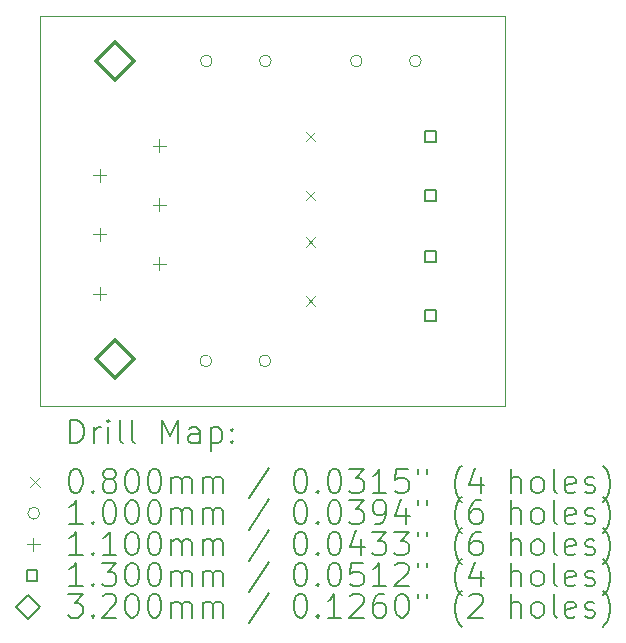
<source format=gbr>
%FSLAX45Y45*%
G04 Gerber Fmt 4.5, Leading zero omitted, Abs format (unit mm)*
G04 Created by KiCad (PCBNEW (6.0.5)) date 2022-06-23 10:46:32*
%MOMM*%
%LPD*%
G01*
G04 APERTURE LIST*
%TA.AperFunction,Profile*%
%ADD10C,0.100000*%
%TD*%
%ADD11C,0.200000*%
%ADD12C,0.080000*%
%ADD13C,0.100000*%
%ADD14C,0.110000*%
%ADD15C,0.130000*%
%ADD16C,0.320000*%
G04 APERTURE END LIST*
D10*
X10541000Y-8001000D02*
X14478000Y-8001000D01*
X14478000Y-8001000D02*
X14478000Y-11303000D01*
X14478000Y-11303000D02*
X10541000Y-11303000D01*
X10541000Y-11303000D02*
X10541000Y-8001000D01*
D11*
D12*
X12787000Y-8981000D02*
X12867000Y-9061000D01*
X12867000Y-8981000D02*
X12787000Y-9061000D01*
X12787000Y-9481000D02*
X12867000Y-9561000D01*
X12867000Y-9481000D02*
X12787000Y-9561000D01*
X12787000Y-9874000D02*
X12867000Y-9954000D01*
X12867000Y-9874000D02*
X12787000Y-9954000D01*
X12787000Y-10374000D02*
X12867000Y-10454000D01*
X12867000Y-10374000D02*
X12787000Y-10454000D01*
D13*
X11992000Y-10922000D02*
G75*
G03*
X11992000Y-10922000I-50000J0D01*
G01*
X11996000Y-8382000D02*
G75*
G03*
X11996000Y-8382000I-50000J0D01*
G01*
X12492000Y-10922000D02*
G75*
G03*
X12492000Y-10922000I-50000J0D01*
G01*
X12496000Y-8382000D02*
G75*
G03*
X12496000Y-8382000I-50000J0D01*
G01*
X13266000Y-8382000D02*
G75*
G03*
X13266000Y-8382000I-50000J0D01*
G01*
X13766000Y-8382000D02*
G75*
G03*
X13766000Y-8382000I-50000J0D01*
G01*
D14*
X11046000Y-9296350D02*
X11046000Y-9406350D01*
X10991000Y-9351350D02*
X11101000Y-9351350D01*
X11046000Y-9796350D02*
X11046000Y-9906350D01*
X10991000Y-9851350D02*
X11101000Y-9851350D01*
X11046000Y-10296350D02*
X11046000Y-10406350D01*
X10991000Y-10351350D02*
X11101000Y-10351350D01*
X11546000Y-9046350D02*
X11546000Y-9156350D01*
X11491000Y-9101350D02*
X11601000Y-9101350D01*
X11546000Y-9546350D02*
X11546000Y-9656350D01*
X11491000Y-9601350D02*
X11601000Y-9601350D01*
X11546000Y-10046350D02*
X11546000Y-10156350D01*
X11491000Y-10101350D02*
X11601000Y-10101350D01*
D15*
X13888962Y-9070962D02*
X13888962Y-8979038D01*
X13797038Y-8979038D01*
X13797038Y-9070962D01*
X13888962Y-9070962D01*
X13888962Y-9570962D02*
X13888962Y-9479038D01*
X13797038Y-9479038D01*
X13797038Y-9570962D01*
X13888962Y-9570962D01*
X13888962Y-10086962D02*
X13888962Y-9995038D01*
X13797038Y-9995038D01*
X13797038Y-10086962D01*
X13888962Y-10086962D01*
X13888962Y-10586962D02*
X13888962Y-10495038D01*
X13797038Y-10495038D01*
X13797038Y-10586962D01*
X13888962Y-10586962D01*
D16*
X11176000Y-8542000D02*
X11336000Y-8382000D01*
X11176000Y-8222000D01*
X11016000Y-8382000D01*
X11176000Y-8542000D01*
X11176000Y-11067271D02*
X11336000Y-10907271D01*
X11176000Y-10747271D01*
X11016000Y-10907271D01*
X11176000Y-11067271D01*
D11*
X10793619Y-11618476D02*
X10793619Y-11418476D01*
X10841238Y-11418476D01*
X10869810Y-11428000D01*
X10888857Y-11447048D01*
X10898381Y-11466095D01*
X10907905Y-11504190D01*
X10907905Y-11532762D01*
X10898381Y-11570857D01*
X10888857Y-11589905D01*
X10869810Y-11608952D01*
X10841238Y-11618476D01*
X10793619Y-11618476D01*
X10993619Y-11618476D02*
X10993619Y-11485143D01*
X10993619Y-11523238D02*
X11003143Y-11504190D01*
X11012667Y-11494667D01*
X11031714Y-11485143D01*
X11050762Y-11485143D01*
X11117429Y-11618476D02*
X11117429Y-11485143D01*
X11117429Y-11418476D02*
X11107905Y-11428000D01*
X11117429Y-11437524D01*
X11126952Y-11428000D01*
X11117429Y-11418476D01*
X11117429Y-11437524D01*
X11241238Y-11618476D02*
X11222190Y-11608952D01*
X11212667Y-11589905D01*
X11212667Y-11418476D01*
X11346000Y-11618476D02*
X11326952Y-11608952D01*
X11317428Y-11589905D01*
X11317428Y-11418476D01*
X11574571Y-11618476D02*
X11574571Y-11418476D01*
X11641238Y-11561333D01*
X11707905Y-11418476D01*
X11707905Y-11618476D01*
X11888857Y-11618476D02*
X11888857Y-11513714D01*
X11879333Y-11494667D01*
X11860286Y-11485143D01*
X11822190Y-11485143D01*
X11803143Y-11494667D01*
X11888857Y-11608952D02*
X11869809Y-11618476D01*
X11822190Y-11618476D01*
X11803143Y-11608952D01*
X11793619Y-11589905D01*
X11793619Y-11570857D01*
X11803143Y-11551809D01*
X11822190Y-11542286D01*
X11869809Y-11542286D01*
X11888857Y-11532762D01*
X11984095Y-11485143D02*
X11984095Y-11685143D01*
X11984095Y-11494667D02*
X12003143Y-11485143D01*
X12041238Y-11485143D01*
X12060286Y-11494667D01*
X12069809Y-11504190D01*
X12079333Y-11523238D01*
X12079333Y-11580381D01*
X12069809Y-11599428D01*
X12060286Y-11608952D01*
X12041238Y-11618476D01*
X12003143Y-11618476D01*
X11984095Y-11608952D01*
X12165048Y-11599428D02*
X12174571Y-11608952D01*
X12165048Y-11618476D01*
X12155524Y-11608952D01*
X12165048Y-11599428D01*
X12165048Y-11618476D01*
X12165048Y-11494667D02*
X12174571Y-11504190D01*
X12165048Y-11513714D01*
X12155524Y-11504190D01*
X12165048Y-11494667D01*
X12165048Y-11513714D01*
D12*
X10456000Y-11908000D02*
X10536000Y-11988000D01*
X10536000Y-11908000D02*
X10456000Y-11988000D01*
D11*
X10831714Y-11838476D02*
X10850762Y-11838476D01*
X10869810Y-11848000D01*
X10879333Y-11857524D01*
X10888857Y-11876571D01*
X10898381Y-11914667D01*
X10898381Y-11962286D01*
X10888857Y-12000381D01*
X10879333Y-12019428D01*
X10869810Y-12028952D01*
X10850762Y-12038476D01*
X10831714Y-12038476D01*
X10812667Y-12028952D01*
X10803143Y-12019428D01*
X10793619Y-12000381D01*
X10784095Y-11962286D01*
X10784095Y-11914667D01*
X10793619Y-11876571D01*
X10803143Y-11857524D01*
X10812667Y-11848000D01*
X10831714Y-11838476D01*
X10984095Y-12019428D02*
X10993619Y-12028952D01*
X10984095Y-12038476D01*
X10974571Y-12028952D01*
X10984095Y-12019428D01*
X10984095Y-12038476D01*
X11107905Y-11924190D02*
X11088857Y-11914667D01*
X11079333Y-11905143D01*
X11069810Y-11886095D01*
X11069810Y-11876571D01*
X11079333Y-11857524D01*
X11088857Y-11848000D01*
X11107905Y-11838476D01*
X11146000Y-11838476D01*
X11165048Y-11848000D01*
X11174571Y-11857524D01*
X11184095Y-11876571D01*
X11184095Y-11886095D01*
X11174571Y-11905143D01*
X11165048Y-11914667D01*
X11146000Y-11924190D01*
X11107905Y-11924190D01*
X11088857Y-11933714D01*
X11079333Y-11943238D01*
X11069810Y-11962286D01*
X11069810Y-12000381D01*
X11079333Y-12019428D01*
X11088857Y-12028952D01*
X11107905Y-12038476D01*
X11146000Y-12038476D01*
X11165048Y-12028952D01*
X11174571Y-12019428D01*
X11184095Y-12000381D01*
X11184095Y-11962286D01*
X11174571Y-11943238D01*
X11165048Y-11933714D01*
X11146000Y-11924190D01*
X11307905Y-11838476D02*
X11326952Y-11838476D01*
X11346000Y-11848000D01*
X11355524Y-11857524D01*
X11365048Y-11876571D01*
X11374571Y-11914667D01*
X11374571Y-11962286D01*
X11365048Y-12000381D01*
X11355524Y-12019428D01*
X11346000Y-12028952D01*
X11326952Y-12038476D01*
X11307905Y-12038476D01*
X11288857Y-12028952D01*
X11279333Y-12019428D01*
X11269809Y-12000381D01*
X11260286Y-11962286D01*
X11260286Y-11914667D01*
X11269809Y-11876571D01*
X11279333Y-11857524D01*
X11288857Y-11848000D01*
X11307905Y-11838476D01*
X11498381Y-11838476D02*
X11517428Y-11838476D01*
X11536476Y-11848000D01*
X11546000Y-11857524D01*
X11555524Y-11876571D01*
X11565048Y-11914667D01*
X11565048Y-11962286D01*
X11555524Y-12000381D01*
X11546000Y-12019428D01*
X11536476Y-12028952D01*
X11517428Y-12038476D01*
X11498381Y-12038476D01*
X11479333Y-12028952D01*
X11469809Y-12019428D01*
X11460286Y-12000381D01*
X11450762Y-11962286D01*
X11450762Y-11914667D01*
X11460286Y-11876571D01*
X11469809Y-11857524D01*
X11479333Y-11848000D01*
X11498381Y-11838476D01*
X11650762Y-12038476D02*
X11650762Y-11905143D01*
X11650762Y-11924190D02*
X11660286Y-11914667D01*
X11679333Y-11905143D01*
X11707905Y-11905143D01*
X11726952Y-11914667D01*
X11736476Y-11933714D01*
X11736476Y-12038476D01*
X11736476Y-11933714D02*
X11746000Y-11914667D01*
X11765048Y-11905143D01*
X11793619Y-11905143D01*
X11812667Y-11914667D01*
X11822190Y-11933714D01*
X11822190Y-12038476D01*
X11917428Y-12038476D02*
X11917428Y-11905143D01*
X11917428Y-11924190D02*
X11926952Y-11914667D01*
X11946000Y-11905143D01*
X11974571Y-11905143D01*
X11993619Y-11914667D01*
X12003143Y-11933714D01*
X12003143Y-12038476D01*
X12003143Y-11933714D02*
X12012667Y-11914667D01*
X12031714Y-11905143D01*
X12060286Y-11905143D01*
X12079333Y-11914667D01*
X12088857Y-11933714D01*
X12088857Y-12038476D01*
X12479333Y-11828952D02*
X12307905Y-12086095D01*
X12736476Y-11838476D02*
X12755524Y-11838476D01*
X12774571Y-11848000D01*
X12784095Y-11857524D01*
X12793619Y-11876571D01*
X12803143Y-11914667D01*
X12803143Y-11962286D01*
X12793619Y-12000381D01*
X12784095Y-12019428D01*
X12774571Y-12028952D01*
X12755524Y-12038476D01*
X12736476Y-12038476D01*
X12717428Y-12028952D01*
X12707905Y-12019428D01*
X12698381Y-12000381D01*
X12688857Y-11962286D01*
X12688857Y-11914667D01*
X12698381Y-11876571D01*
X12707905Y-11857524D01*
X12717428Y-11848000D01*
X12736476Y-11838476D01*
X12888857Y-12019428D02*
X12898381Y-12028952D01*
X12888857Y-12038476D01*
X12879333Y-12028952D01*
X12888857Y-12019428D01*
X12888857Y-12038476D01*
X13022190Y-11838476D02*
X13041238Y-11838476D01*
X13060286Y-11848000D01*
X13069809Y-11857524D01*
X13079333Y-11876571D01*
X13088857Y-11914667D01*
X13088857Y-11962286D01*
X13079333Y-12000381D01*
X13069809Y-12019428D01*
X13060286Y-12028952D01*
X13041238Y-12038476D01*
X13022190Y-12038476D01*
X13003143Y-12028952D01*
X12993619Y-12019428D01*
X12984095Y-12000381D01*
X12974571Y-11962286D01*
X12974571Y-11914667D01*
X12984095Y-11876571D01*
X12993619Y-11857524D01*
X13003143Y-11848000D01*
X13022190Y-11838476D01*
X13155524Y-11838476D02*
X13279333Y-11838476D01*
X13212667Y-11914667D01*
X13241238Y-11914667D01*
X13260286Y-11924190D01*
X13269809Y-11933714D01*
X13279333Y-11952762D01*
X13279333Y-12000381D01*
X13269809Y-12019428D01*
X13260286Y-12028952D01*
X13241238Y-12038476D01*
X13184095Y-12038476D01*
X13165048Y-12028952D01*
X13155524Y-12019428D01*
X13469809Y-12038476D02*
X13355524Y-12038476D01*
X13412667Y-12038476D02*
X13412667Y-11838476D01*
X13393619Y-11867048D01*
X13374571Y-11886095D01*
X13355524Y-11895619D01*
X13650762Y-11838476D02*
X13555524Y-11838476D01*
X13546000Y-11933714D01*
X13555524Y-11924190D01*
X13574571Y-11914667D01*
X13622190Y-11914667D01*
X13641238Y-11924190D01*
X13650762Y-11933714D01*
X13660286Y-11952762D01*
X13660286Y-12000381D01*
X13650762Y-12019428D01*
X13641238Y-12028952D01*
X13622190Y-12038476D01*
X13574571Y-12038476D01*
X13555524Y-12028952D01*
X13546000Y-12019428D01*
X13736476Y-11838476D02*
X13736476Y-11876571D01*
X13812667Y-11838476D02*
X13812667Y-11876571D01*
X14107905Y-12114667D02*
X14098381Y-12105143D01*
X14079333Y-12076571D01*
X14069809Y-12057524D01*
X14060286Y-12028952D01*
X14050762Y-11981333D01*
X14050762Y-11943238D01*
X14060286Y-11895619D01*
X14069809Y-11867048D01*
X14079333Y-11848000D01*
X14098381Y-11819428D01*
X14107905Y-11809905D01*
X14269809Y-11905143D02*
X14269809Y-12038476D01*
X14222190Y-11828952D02*
X14174571Y-11971809D01*
X14298381Y-11971809D01*
X14526952Y-12038476D02*
X14526952Y-11838476D01*
X14612667Y-12038476D02*
X14612667Y-11933714D01*
X14603143Y-11914667D01*
X14584095Y-11905143D01*
X14555524Y-11905143D01*
X14536476Y-11914667D01*
X14526952Y-11924190D01*
X14736476Y-12038476D02*
X14717428Y-12028952D01*
X14707905Y-12019428D01*
X14698381Y-12000381D01*
X14698381Y-11943238D01*
X14707905Y-11924190D01*
X14717428Y-11914667D01*
X14736476Y-11905143D01*
X14765048Y-11905143D01*
X14784095Y-11914667D01*
X14793619Y-11924190D01*
X14803143Y-11943238D01*
X14803143Y-12000381D01*
X14793619Y-12019428D01*
X14784095Y-12028952D01*
X14765048Y-12038476D01*
X14736476Y-12038476D01*
X14917428Y-12038476D02*
X14898381Y-12028952D01*
X14888857Y-12009905D01*
X14888857Y-11838476D01*
X15069809Y-12028952D02*
X15050762Y-12038476D01*
X15012667Y-12038476D01*
X14993619Y-12028952D01*
X14984095Y-12009905D01*
X14984095Y-11933714D01*
X14993619Y-11914667D01*
X15012667Y-11905143D01*
X15050762Y-11905143D01*
X15069809Y-11914667D01*
X15079333Y-11933714D01*
X15079333Y-11952762D01*
X14984095Y-11971809D01*
X15155524Y-12028952D02*
X15174571Y-12038476D01*
X15212667Y-12038476D01*
X15231714Y-12028952D01*
X15241238Y-12009905D01*
X15241238Y-12000381D01*
X15231714Y-11981333D01*
X15212667Y-11971809D01*
X15184095Y-11971809D01*
X15165048Y-11962286D01*
X15155524Y-11943238D01*
X15155524Y-11933714D01*
X15165048Y-11914667D01*
X15184095Y-11905143D01*
X15212667Y-11905143D01*
X15231714Y-11914667D01*
X15307905Y-12114667D02*
X15317428Y-12105143D01*
X15336476Y-12076571D01*
X15346000Y-12057524D01*
X15355524Y-12028952D01*
X15365048Y-11981333D01*
X15365048Y-11943238D01*
X15355524Y-11895619D01*
X15346000Y-11867048D01*
X15336476Y-11848000D01*
X15317428Y-11819428D01*
X15307905Y-11809905D01*
D13*
X10536000Y-12212000D02*
G75*
G03*
X10536000Y-12212000I-50000J0D01*
G01*
D11*
X10898381Y-12302476D02*
X10784095Y-12302476D01*
X10841238Y-12302476D02*
X10841238Y-12102476D01*
X10822190Y-12131048D01*
X10803143Y-12150095D01*
X10784095Y-12159619D01*
X10984095Y-12283428D02*
X10993619Y-12292952D01*
X10984095Y-12302476D01*
X10974571Y-12292952D01*
X10984095Y-12283428D01*
X10984095Y-12302476D01*
X11117429Y-12102476D02*
X11136476Y-12102476D01*
X11155524Y-12112000D01*
X11165048Y-12121524D01*
X11174571Y-12140571D01*
X11184095Y-12178667D01*
X11184095Y-12226286D01*
X11174571Y-12264381D01*
X11165048Y-12283428D01*
X11155524Y-12292952D01*
X11136476Y-12302476D01*
X11117429Y-12302476D01*
X11098381Y-12292952D01*
X11088857Y-12283428D01*
X11079333Y-12264381D01*
X11069810Y-12226286D01*
X11069810Y-12178667D01*
X11079333Y-12140571D01*
X11088857Y-12121524D01*
X11098381Y-12112000D01*
X11117429Y-12102476D01*
X11307905Y-12102476D02*
X11326952Y-12102476D01*
X11346000Y-12112000D01*
X11355524Y-12121524D01*
X11365048Y-12140571D01*
X11374571Y-12178667D01*
X11374571Y-12226286D01*
X11365048Y-12264381D01*
X11355524Y-12283428D01*
X11346000Y-12292952D01*
X11326952Y-12302476D01*
X11307905Y-12302476D01*
X11288857Y-12292952D01*
X11279333Y-12283428D01*
X11269809Y-12264381D01*
X11260286Y-12226286D01*
X11260286Y-12178667D01*
X11269809Y-12140571D01*
X11279333Y-12121524D01*
X11288857Y-12112000D01*
X11307905Y-12102476D01*
X11498381Y-12102476D02*
X11517428Y-12102476D01*
X11536476Y-12112000D01*
X11546000Y-12121524D01*
X11555524Y-12140571D01*
X11565048Y-12178667D01*
X11565048Y-12226286D01*
X11555524Y-12264381D01*
X11546000Y-12283428D01*
X11536476Y-12292952D01*
X11517428Y-12302476D01*
X11498381Y-12302476D01*
X11479333Y-12292952D01*
X11469809Y-12283428D01*
X11460286Y-12264381D01*
X11450762Y-12226286D01*
X11450762Y-12178667D01*
X11460286Y-12140571D01*
X11469809Y-12121524D01*
X11479333Y-12112000D01*
X11498381Y-12102476D01*
X11650762Y-12302476D02*
X11650762Y-12169143D01*
X11650762Y-12188190D02*
X11660286Y-12178667D01*
X11679333Y-12169143D01*
X11707905Y-12169143D01*
X11726952Y-12178667D01*
X11736476Y-12197714D01*
X11736476Y-12302476D01*
X11736476Y-12197714D02*
X11746000Y-12178667D01*
X11765048Y-12169143D01*
X11793619Y-12169143D01*
X11812667Y-12178667D01*
X11822190Y-12197714D01*
X11822190Y-12302476D01*
X11917428Y-12302476D02*
X11917428Y-12169143D01*
X11917428Y-12188190D02*
X11926952Y-12178667D01*
X11946000Y-12169143D01*
X11974571Y-12169143D01*
X11993619Y-12178667D01*
X12003143Y-12197714D01*
X12003143Y-12302476D01*
X12003143Y-12197714D02*
X12012667Y-12178667D01*
X12031714Y-12169143D01*
X12060286Y-12169143D01*
X12079333Y-12178667D01*
X12088857Y-12197714D01*
X12088857Y-12302476D01*
X12479333Y-12092952D02*
X12307905Y-12350095D01*
X12736476Y-12102476D02*
X12755524Y-12102476D01*
X12774571Y-12112000D01*
X12784095Y-12121524D01*
X12793619Y-12140571D01*
X12803143Y-12178667D01*
X12803143Y-12226286D01*
X12793619Y-12264381D01*
X12784095Y-12283428D01*
X12774571Y-12292952D01*
X12755524Y-12302476D01*
X12736476Y-12302476D01*
X12717428Y-12292952D01*
X12707905Y-12283428D01*
X12698381Y-12264381D01*
X12688857Y-12226286D01*
X12688857Y-12178667D01*
X12698381Y-12140571D01*
X12707905Y-12121524D01*
X12717428Y-12112000D01*
X12736476Y-12102476D01*
X12888857Y-12283428D02*
X12898381Y-12292952D01*
X12888857Y-12302476D01*
X12879333Y-12292952D01*
X12888857Y-12283428D01*
X12888857Y-12302476D01*
X13022190Y-12102476D02*
X13041238Y-12102476D01*
X13060286Y-12112000D01*
X13069809Y-12121524D01*
X13079333Y-12140571D01*
X13088857Y-12178667D01*
X13088857Y-12226286D01*
X13079333Y-12264381D01*
X13069809Y-12283428D01*
X13060286Y-12292952D01*
X13041238Y-12302476D01*
X13022190Y-12302476D01*
X13003143Y-12292952D01*
X12993619Y-12283428D01*
X12984095Y-12264381D01*
X12974571Y-12226286D01*
X12974571Y-12178667D01*
X12984095Y-12140571D01*
X12993619Y-12121524D01*
X13003143Y-12112000D01*
X13022190Y-12102476D01*
X13155524Y-12102476D02*
X13279333Y-12102476D01*
X13212667Y-12178667D01*
X13241238Y-12178667D01*
X13260286Y-12188190D01*
X13269809Y-12197714D01*
X13279333Y-12216762D01*
X13279333Y-12264381D01*
X13269809Y-12283428D01*
X13260286Y-12292952D01*
X13241238Y-12302476D01*
X13184095Y-12302476D01*
X13165048Y-12292952D01*
X13155524Y-12283428D01*
X13374571Y-12302476D02*
X13412667Y-12302476D01*
X13431714Y-12292952D01*
X13441238Y-12283428D01*
X13460286Y-12254857D01*
X13469809Y-12216762D01*
X13469809Y-12140571D01*
X13460286Y-12121524D01*
X13450762Y-12112000D01*
X13431714Y-12102476D01*
X13393619Y-12102476D01*
X13374571Y-12112000D01*
X13365048Y-12121524D01*
X13355524Y-12140571D01*
X13355524Y-12188190D01*
X13365048Y-12207238D01*
X13374571Y-12216762D01*
X13393619Y-12226286D01*
X13431714Y-12226286D01*
X13450762Y-12216762D01*
X13460286Y-12207238D01*
X13469809Y-12188190D01*
X13641238Y-12169143D02*
X13641238Y-12302476D01*
X13593619Y-12092952D02*
X13546000Y-12235809D01*
X13669809Y-12235809D01*
X13736476Y-12102476D02*
X13736476Y-12140571D01*
X13812667Y-12102476D02*
X13812667Y-12140571D01*
X14107905Y-12378667D02*
X14098381Y-12369143D01*
X14079333Y-12340571D01*
X14069809Y-12321524D01*
X14060286Y-12292952D01*
X14050762Y-12245333D01*
X14050762Y-12207238D01*
X14060286Y-12159619D01*
X14069809Y-12131048D01*
X14079333Y-12112000D01*
X14098381Y-12083428D01*
X14107905Y-12073905D01*
X14269809Y-12102476D02*
X14231714Y-12102476D01*
X14212667Y-12112000D01*
X14203143Y-12121524D01*
X14184095Y-12150095D01*
X14174571Y-12188190D01*
X14174571Y-12264381D01*
X14184095Y-12283428D01*
X14193619Y-12292952D01*
X14212667Y-12302476D01*
X14250762Y-12302476D01*
X14269809Y-12292952D01*
X14279333Y-12283428D01*
X14288857Y-12264381D01*
X14288857Y-12216762D01*
X14279333Y-12197714D01*
X14269809Y-12188190D01*
X14250762Y-12178667D01*
X14212667Y-12178667D01*
X14193619Y-12188190D01*
X14184095Y-12197714D01*
X14174571Y-12216762D01*
X14526952Y-12302476D02*
X14526952Y-12102476D01*
X14612667Y-12302476D02*
X14612667Y-12197714D01*
X14603143Y-12178667D01*
X14584095Y-12169143D01*
X14555524Y-12169143D01*
X14536476Y-12178667D01*
X14526952Y-12188190D01*
X14736476Y-12302476D02*
X14717428Y-12292952D01*
X14707905Y-12283428D01*
X14698381Y-12264381D01*
X14698381Y-12207238D01*
X14707905Y-12188190D01*
X14717428Y-12178667D01*
X14736476Y-12169143D01*
X14765048Y-12169143D01*
X14784095Y-12178667D01*
X14793619Y-12188190D01*
X14803143Y-12207238D01*
X14803143Y-12264381D01*
X14793619Y-12283428D01*
X14784095Y-12292952D01*
X14765048Y-12302476D01*
X14736476Y-12302476D01*
X14917428Y-12302476D02*
X14898381Y-12292952D01*
X14888857Y-12273905D01*
X14888857Y-12102476D01*
X15069809Y-12292952D02*
X15050762Y-12302476D01*
X15012667Y-12302476D01*
X14993619Y-12292952D01*
X14984095Y-12273905D01*
X14984095Y-12197714D01*
X14993619Y-12178667D01*
X15012667Y-12169143D01*
X15050762Y-12169143D01*
X15069809Y-12178667D01*
X15079333Y-12197714D01*
X15079333Y-12216762D01*
X14984095Y-12235809D01*
X15155524Y-12292952D02*
X15174571Y-12302476D01*
X15212667Y-12302476D01*
X15231714Y-12292952D01*
X15241238Y-12273905D01*
X15241238Y-12264381D01*
X15231714Y-12245333D01*
X15212667Y-12235809D01*
X15184095Y-12235809D01*
X15165048Y-12226286D01*
X15155524Y-12207238D01*
X15155524Y-12197714D01*
X15165048Y-12178667D01*
X15184095Y-12169143D01*
X15212667Y-12169143D01*
X15231714Y-12178667D01*
X15307905Y-12378667D02*
X15317428Y-12369143D01*
X15336476Y-12340571D01*
X15346000Y-12321524D01*
X15355524Y-12292952D01*
X15365048Y-12245333D01*
X15365048Y-12207238D01*
X15355524Y-12159619D01*
X15346000Y-12131048D01*
X15336476Y-12112000D01*
X15317428Y-12083428D01*
X15307905Y-12073905D01*
D14*
X10481000Y-12421000D02*
X10481000Y-12531000D01*
X10426000Y-12476000D02*
X10536000Y-12476000D01*
D11*
X10898381Y-12566476D02*
X10784095Y-12566476D01*
X10841238Y-12566476D02*
X10841238Y-12366476D01*
X10822190Y-12395048D01*
X10803143Y-12414095D01*
X10784095Y-12423619D01*
X10984095Y-12547428D02*
X10993619Y-12556952D01*
X10984095Y-12566476D01*
X10974571Y-12556952D01*
X10984095Y-12547428D01*
X10984095Y-12566476D01*
X11184095Y-12566476D02*
X11069810Y-12566476D01*
X11126952Y-12566476D02*
X11126952Y-12366476D01*
X11107905Y-12395048D01*
X11088857Y-12414095D01*
X11069810Y-12423619D01*
X11307905Y-12366476D02*
X11326952Y-12366476D01*
X11346000Y-12376000D01*
X11355524Y-12385524D01*
X11365048Y-12404571D01*
X11374571Y-12442667D01*
X11374571Y-12490286D01*
X11365048Y-12528381D01*
X11355524Y-12547428D01*
X11346000Y-12556952D01*
X11326952Y-12566476D01*
X11307905Y-12566476D01*
X11288857Y-12556952D01*
X11279333Y-12547428D01*
X11269809Y-12528381D01*
X11260286Y-12490286D01*
X11260286Y-12442667D01*
X11269809Y-12404571D01*
X11279333Y-12385524D01*
X11288857Y-12376000D01*
X11307905Y-12366476D01*
X11498381Y-12366476D02*
X11517428Y-12366476D01*
X11536476Y-12376000D01*
X11546000Y-12385524D01*
X11555524Y-12404571D01*
X11565048Y-12442667D01*
X11565048Y-12490286D01*
X11555524Y-12528381D01*
X11546000Y-12547428D01*
X11536476Y-12556952D01*
X11517428Y-12566476D01*
X11498381Y-12566476D01*
X11479333Y-12556952D01*
X11469809Y-12547428D01*
X11460286Y-12528381D01*
X11450762Y-12490286D01*
X11450762Y-12442667D01*
X11460286Y-12404571D01*
X11469809Y-12385524D01*
X11479333Y-12376000D01*
X11498381Y-12366476D01*
X11650762Y-12566476D02*
X11650762Y-12433143D01*
X11650762Y-12452190D02*
X11660286Y-12442667D01*
X11679333Y-12433143D01*
X11707905Y-12433143D01*
X11726952Y-12442667D01*
X11736476Y-12461714D01*
X11736476Y-12566476D01*
X11736476Y-12461714D02*
X11746000Y-12442667D01*
X11765048Y-12433143D01*
X11793619Y-12433143D01*
X11812667Y-12442667D01*
X11822190Y-12461714D01*
X11822190Y-12566476D01*
X11917428Y-12566476D02*
X11917428Y-12433143D01*
X11917428Y-12452190D02*
X11926952Y-12442667D01*
X11946000Y-12433143D01*
X11974571Y-12433143D01*
X11993619Y-12442667D01*
X12003143Y-12461714D01*
X12003143Y-12566476D01*
X12003143Y-12461714D02*
X12012667Y-12442667D01*
X12031714Y-12433143D01*
X12060286Y-12433143D01*
X12079333Y-12442667D01*
X12088857Y-12461714D01*
X12088857Y-12566476D01*
X12479333Y-12356952D02*
X12307905Y-12614095D01*
X12736476Y-12366476D02*
X12755524Y-12366476D01*
X12774571Y-12376000D01*
X12784095Y-12385524D01*
X12793619Y-12404571D01*
X12803143Y-12442667D01*
X12803143Y-12490286D01*
X12793619Y-12528381D01*
X12784095Y-12547428D01*
X12774571Y-12556952D01*
X12755524Y-12566476D01*
X12736476Y-12566476D01*
X12717428Y-12556952D01*
X12707905Y-12547428D01*
X12698381Y-12528381D01*
X12688857Y-12490286D01*
X12688857Y-12442667D01*
X12698381Y-12404571D01*
X12707905Y-12385524D01*
X12717428Y-12376000D01*
X12736476Y-12366476D01*
X12888857Y-12547428D02*
X12898381Y-12556952D01*
X12888857Y-12566476D01*
X12879333Y-12556952D01*
X12888857Y-12547428D01*
X12888857Y-12566476D01*
X13022190Y-12366476D02*
X13041238Y-12366476D01*
X13060286Y-12376000D01*
X13069809Y-12385524D01*
X13079333Y-12404571D01*
X13088857Y-12442667D01*
X13088857Y-12490286D01*
X13079333Y-12528381D01*
X13069809Y-12547428D01*
X13060286Y-12556952D01*
X13041238Y-12566476D01*
X13022190Y-12566476D01*
X13003143Y-12556952D01*
X12993619Y-12547428D01*
X12984095Y-12528381D01*
X12974571Y-12490286D01*
X12974571Y-12442667D01*
X12984095Y-12404571D01*
X12993619Y-12385524D01*
X13003143Y-12376000D01*
X13022190Y-12366476D01*
X13260286Y-12433143D02*
X13260286Y-12566476D01*
X13212667Y-12356952D02*
X13165048Y-12499809D01*
X13288857Y-12499809D01*
X13346000Y-12366476D02*
X13469809Y-12366476D01*
X13403143Y-12442667D01*
X13431714Y-12442667D01*
X13450762Y-12452190D01*
X13460286Y-12461714D01*
X13469809Y-12480762D01*
X13469809Y-12528381D01*
X13460286Y-12547428D01*
X13450762Y-12556952D01*
X13431714Y-12566476D01*
X13374571Y-12566476D01*
X13355524Y-12556952D01*
X13346000Y-12547428D01*
X13536476Y-12366476D02*
X13660286Y-12366476D01*
X13593619Y-12442667D01*
X13622190Y-12442667D01*
X13641238Y-12452190D01*
X13650762Y-12461714D01*
X13660286Y-12480762D01*
X13660286Y-12528381D01*
X13650762Y-12547428D01*
X13641238Y-12556952D01*
X13622190Y-12566476D01*
X13565048Y-12566476D01*
X13546000Y-12556952D01*
X13536476Y-12547428D01*
X13736476Y-12366476D02*
X13736476Y-12404571D01*
X13812667Y-12366476D02*
X13812667Y-12404571D01*
X14107905Y-12642667D02*
X14098381Y-12633143D01*
X14079333Y-12604571D01*
X14069809Y-12585524D01*
X14060286Y-12556952D01*
X14050762Y-12509333D01*
X14050762Y-12471238D01*
X14060286Y-12423619D01*
X14069809Y-12395048D01*
X14079333Y-12376000D01*
X14098381Y-12347428D01*
X14107905Y-12337905D01*
X14269809Y-12366476D02*
X14231714Y-12366476D01*
X14212667Y-12376000D01*
X14203143Y-12385524D01*
X14184095Y-12414095D01*
X14174571Y-12452190D01*
X14174571Y-12528381D01*
X14184095Y-12547428D01*
X14193619Y-12556952D01*
X14212667Y-12566476D01*
X14250762Y-12566476D01*
X14269809Y-12556952D01*
X14279333Y-12547428D01*
X14288857Y-12528381D01*
X14288857Y-12480762D01*
X14279333Y-12461714D01*
X14269809Y-12452190D01*
X14250762Y-12442667D01*
X14212667Y-12442667D01*
X14193619Y-12452190D01*
X14184095Y-12461714D01*
X14174571Y-12480762D01*
X14526952Y-12566476D02*
X14526952Y-12366476D01*
X14612667Y-12566476D02*
X14612667Y-12461714D01*
X14603143Y-12442667D01*
X14584095Y-12433143D01*
X14555524Y-12433143D01*
X14536476Y-12442667D01*
X14526952Y-12452190D01*
X14736476Y-12566476D02*
X14717428Y-12556952D01*
X14707905Y-12547428D01*
X14698381Y-12528381D01*
X14698381Y-12471238D01*
X14707905Y-12452190D01*
X14717428Y-12442667D01*
X14736476Y-12433143D01*
X14765048Y-12433143D01*
X14784095Y-12442667D01*
X14793619Y-12452190D01*
X14803143Y-12471238D01*
X14803143Y-12528381D01*
X14793619Y-12547428D01*
X14784095Y-12556952D01*
X14765048Y-12566476D01*
X14736476Y-12566476D01*
X14917428Y-12566476D02*
X14898381Y-12556952D01*
X14888857Y-12537905D01*
X14888857Y-12366476D01*
X15069809Y-12556952D02*
X15050762Y-12566476D01*
X15012667Y-12566476D01*
X14993619Y-12556952D01*
X14984095Y-12537905D01*
X14984095Y-12461714D01*
X14993619Y-12442667D01*
X15012667Y-12433143D01*
X15050762Y-12433143D01*
X15069809Y-12442667D01*
X15079333Y-12461714D01*
X15079333Y-12480762D01*
X14984095Y-12499809D01*
X15155524Y-12556952D02*
X15174571Y-12566476D01*
X15212667Y-12566476D01*
X15231714Y-12556952D01*
X15241238Y-12537905D01*
X15241238Y-12528381D01*
X15231714Y-12509333D01*
X15212667Y-12499809D01*
X15184095Y-12499809D01*
X15165048Y-12490286D01*
X15155524Y-12471238D01*
X15155524Y-12461714D01*
X15165048Y-12442667D01*
X15184095Y-12433143D01*
X15212667Y-12433143D01*
X15231714Y-12442667D01*
X15307905Y-12642667D02*
X15317428Y-12633143D01*
X15336476Y-12604571D01*
X15346000Y-12585524D01*
X15355524Y-12556952D01*
X15365048Y-12509333D01*
X15365048Y-12471238D01*
X15355524Y-12423619D01*
X15346000Y-12395048D01*
X15336476Y-12376000D01*
X15317428Y-12347428D01*
X15307905Y-12337905D01*
D15*
X10516962Y-12785962D02*
X10516962Y-12694038D01*
X10425038Y-12694038D01*
X10425038Y-12785962D01*
X10516962Y-12785962D01*
D11*
X10898381Y-12830476D02*
X10784095Y-12830476D01*
X10841238Y-12830476D02*
X10841238Y-12630476D01*
X10822190Y-12659048D01*
X10803143Y-12678095D01*
X10784095Y-12687619D01*
X10984095Y-12811428D02*
X10993619Y-12820952D01*
X10984095Y-12830476D01*
X10974571Y-12820952D01*
X10984095Y-12811428D01*
X10984095Y-12830476D01*
X11060286Y-12630476D02*
X11184095Y-12630476D01*
X11117429Y-12706667D01*
X11146000Y-12706667D01*
X11165048Y-12716190D01*
X11174571Y-12725714D01*
X11184095Y-12744762D01*
X11184095Y-12792381D01*
X11174571Y-12811428D01*
X11165048Y-12820952D01*
X11146000Y-12830476D01*
X11088857Y-12830476D01*
X11069810Y-12820952D01*
X11060286Y-12811428D01*
X11307905Y-12630476D02*
X11326952Y-12630476D01*
X11346000Y-12640000D01*
X11355524Y-12649524D01*
X11365048Y-12668571D01*
X11374571Y-12706667D01*
X11374571Y-12754286D01*
X11365048Y-12792381D01*
X11355524Y-12811428D01*
X11346000Y-12820952D01*
X11326952Y-12830476D01*
X11307905Y-12830476D01*
X11288857Y-12820952D01*
X11279333Y-12811428D01*
X11269809Y-12792381D01*
X11260286Y-12754286D01*
X11260286Y-12706667D01*
X11269809Y-12668571D01*
X11279333Y-12649524D01*
X11288857Y-12640000D01*
X11307905Y-12630476D01*
X11498381Y-12630476D02*
X11517428Y-12630476D01*
X11536476Y-12640000D01*
X11546000Y-12649524D01*
X11555524Y-12668571D01*
X11565048Y-12706667D01*
X11565048Y-12754286D01*
X11555524Y-12792381D01*
X11546000Y-12811428D01*
X11536476Y-12820952D01*
X11517428Y-12830476D01*
X11498381Y-12830476D01*
X11479333Y-12820952D01*
X11469809Y-12811428D01*
X11460286Y-12792381D01*
X11450762Y-12754286D01*
X11450762Y-12706667D01*
X11460286Y-12668571D01*
X11469809Y-12649524D01*
X11479333Y-12640000D01*
X11498381Y-12630476D01*
X11650762Y-12830476D02*
X11650762Y-12697143D01*
X11650762Y-12716190D02*
X11660286Y-12706667D01*
X11679333Y-12697143D01*
X11707905Y-12697143D01*
X11726952Y-12706667D01*
X11736476Y-12725714D01*
X11736476Y-12830476D01*
X11736476Y-12725714D02*
X11746000Y-12706667D01*
X11765048Y-12697143D01*
X11793619Y-12697143D01*
X11812667Y-12706667D01*
X11822190Y-12725714D01*
X11822190Y-12830476D01*
X11917428Y-12830476D02*
X11917428Y-12697143D01*
X11917428Y-12716190D02*
X11926952Y-12706667D01*
X11946000Y-12697143D01*
X11974571Y-12697143D01*
X11993619Y-12706667D01*
X12003143Y-12725714D01*
X12003143Y-12830476D01*
X12003143Y-12725714D02*
X12012667Y-12706667D01*
X12031714Y-12697143D01*
X12060286Y-12697143D01*
X12079333Y-12706667D01*
X12088857Y-12725714D01*
X12088857Y-12830476D01*
X12479333Y-12620952D02*
X12307905Y-12878095D01*
X12736476Y-12630476D02*
X12755524Y-12630476D01*
X12774571Y-12640000D01*
X12784095Y-12649524D01*
X12793619Y-12668571D01*
X12803143Y-12706667D01*
X12803143Y-12754286D01*
X12793619Y-12792381D01*
X12784095Y-12811428D01*
X12774571Y-12820952D01*
X12755524Y-12830476D01*
X12736476Y-12830476D01*
X12717428Y-12820952D01*
X12707905Y-12811428D01*
X12698381Y-12792381D01*
X12688857Y-12754286D01*
X12688857Y-12706667D01*
X12698381Y-12668571D01*
X12707905Y-12649524D01*
X12717428Y-12640000D01*
X12736476Y-12630476D01*
X12888857Y-12811428D02*
X12898381Y-12820952D01*
X12888857Y-12830476D01*
X12879333Y-12820952D01*
X12888857Y-12811428D01*
X12888857Y-12830476D01*
X13022190Y-12630476D02*
X13041238Y-12630476D01*
X13060286Y-12640000D01*
X13069809Y-12649524D01*
X13079333Y-12668571D01*
X13088857Y-12706667D01*
X13088857Y-12754286D01*
X13079333Y-12792381D01*
X13069809Y-12811428D01*
X13060286Y-12820952D01*
X13041238Y-12830476D01*
X13022190Y-12830476D01*
X13003143Y-12820952D01*
X12993619Y-12811428D01*
X12984095Y-12792381D01*
X12974571Y-12754286D01*
X12974571Y-12706667D01*
X12984095Y-12668571D01*
X12993619Y-12649524D01*
X13003143Y-12640000D01*
X13022190Y-12630476D01*
X13269809Y-12630476D02*
X13174571Y-12630476D01*
X13165048Y-12725714D01*
X13174571Y-12716190D01*
X13193619Y-12706667D01*
X13241238Y-12706667D01*
X13260286Y-12716190D01*
X13269809Y-12725714D01*
X13279333Y-12744762D01*
X13279333Y-12792381D01*
X13269809Y-12811428D01*
X13260286Y-12820952D01*
X13241238Y-12830476D01*
X13193619Y-12830476D01*
X13174571Y-12820952D01*
X13165048Y-12811428D01*
X13469809Y-12830476D02*
X13355524Y-12830476D01*
X13412667Y-12830476D02*
X13412667Y-12630476D01*
X13393619Y-12659048D01*
X13374571Y-12678095D01*
X13355524Y-12687619D01*
X13546000Y-12649524D02*
X13555524Y-12640000D01*
X13574571Y-12630476D01*
X13622190Y-12630476D01*
X13641238Y-12640000D01*
X13650762Y-12649524D01*
X13660286Y-12668571D01*
X13660286Y-12687619D01*
X13650762Y-12716190D01*
X13536476Y-12830476D01*
X13660286Y-12830476D01*
X13736476Y-12630476D02*
X13736476Y-12668571D01*
X13812667Y-12630476D02*
X13812667Y-12668571D01*
X14107905Y-12906667D02*
X14098381Y-12897143D01*
X14079333Y-12868571D01*
X14069809Y-12849524D01*
X14060286Y-12820952D01*
X14050762Y-12773333D01*
X14050762Y-12735238D01*
X14060286Y-12687619D01*
X14069809Y-12659048D01*
X14079333Y-12640000D01*
X14098381Y-12611428D01*
X14107905Y-12601905D01*
X14269809Y-12697143D02*
X14269809Y-12830476D01*
X14222190Y-12620952D02*
X14174571Y-12763809D01*
X14298381Y-12763809D01*
X14526952Y-12830476D02*
X14526952Y-12630476D01*
X14612667Y-12830476D02*
X14612667Y-12725714D01*
X14603143Y-12706667D01*
X14584095Y-12697143D01*
X14555524Y-12697143D01*
X14536476Y-12706667D01*
X14526952Y-12716190D01*
X14736476Y-12830476D02*
X14717428Y-12820952D01*
X14707905Y-12811428D01*
X14698381Y-12792381D01*
X14698381Y-12735238D01*
X14707905Y-12716190D01*
X14717428Y-12706667D01*
X14736476Y-12697143D01*
X14765048Y-12697143D01*
X14784095Y-12706667D01*
X14793619Y-12716190D01*
X14803143Y-12735238D01*
X14803143Y-12792381D01*
X14793619Y-12811428D01*
X14784095Y-12820952D01*
X14765048Y-12830476D01*
X14736476Y-12830476D01*
X14917428Y-12830476D02*
X14898381Y-12820952D01*
X14888857Y-12801905D01*
X14888857Y-12630476D01*
X15069809Y-12820952D02*
X15050762Y-12830476D01*
X15012667Y-12830476D01*
X14993619Y-12820952D01*
X14984095Y-12801905D01*
X14984095Y-12725714D01*
X14993619Y-12706667D01*
X15012667Y-12697143D01*
X15050762Y-12697143D01*
X15069809Y-12706667D01*
X15079333Y-12725714D01*
X15079333Y-12744762D01*
X14984095Y-12763809D01*
X15155524Y-12820952D02*
X15174571Y-12830476D01*
X15212667Y-12830476D01*
X15231714Y-12820952D01*
X15241238Y-12801905D01*
X15241238Y-12792381D01*
X15231714Y-12773333D01*
X15212667Y-12763809D01*
X15184095Y-12763809D01*
X15165048Y-12754286D01*
X15155524Y-12735238D01*
X15155524Y-12725714D01*
X15165048Y-12706667D01*
X15184095Y-12697143D01*
X15212667Y-12697143D01*
X15231714Y-12706667D01*
X15307905Y-12906667D02*
X15317428Y-12897143D01*
X15336476Y-12868571D01*
X15346000Y-12849524D01*
X15355524Y-12820952D01*
X15365048Y-12773333D01*
X15365048Y-12735238D01*
X15355524Y-12687619D01*
X15346000Y-12659048D01*
X15336476Y-12640000D01*
X15317428Y-12611428D01*
X15307905Y-12601905D01*
X10436000Y-13104000D02*
X10536000Y-13004000D01*
X10436000Y-12904000D01*
X10336000Y-13004000D01*
X10436000Y-13104000D01*
X10774571Y-12894476D02*
X10898381Y-12894476D01*
X10831714Y-12970667D01*
X10860286Y-12970667D01*
X10879333Y-12980190D01*
X10888857Y-12989714D01*
X10898381Y-13008762D01*
X10898381Y-13056381D01*
X10888857Y-13075428D01*
X10879333Y-13084952D01*
X10860286Y-13094476D01*
X10803143Y-13094476D01*
X10784095Y-13084952D01*
X10774571Y-13075428D01*
X10984095Y-13075428D02*
X10993619Y-13084952D01*
X10984095Y-13094476D01*
X10974571Y-13084952D01*
X10984095Y-13075428D01*
X10984095Y-13094476D01*
X11069810Y-12913524D02*
X11079333Y-12904000D01*
X11098381Y-12894476D01*
X11146000Y-12894476D01*
X11165048Y-12904000D01*
X11174571Y-12913524D01*
X11184095Y-12932571D01*
X11184095Y-12951619D01*
X11174571Y-12980190D01*
X11060286Y-13094476D01*
X11184095Y-13094476D01*
X11307905Y-12894476D02*
X11326952Y-12894476D01*
X11346000Y-12904000D01*
X11355524Y-12913524D01*
X11365048Y-12932571D01*
X11374571Y-12970667D01*
X11374571Y-13018286D01*
X11365048Y-13056381D01*
X11355524Y-13075428D01*
X11346000Y-13084952D01*
X11326952Y-13094476D01*
X11307905Y-13094476D01*
X11288857Y-13084952D01*
X11279333Y-13075428D01*
X11269809Y-13056381D01*
X11260286Y-13018286D01*
X11260286Y-12970667D01*
X11269809Y-12932571D01*
X11279333Y-12913524D01*
X11288857Y-12904000D01*
X11307905Y-12894476D01*
X11498381Y-12894476D02*
X11517428Y-12894476D01*
X11536476Y-12904000D01*
X11546000Y-12913524D01*
X11555524Y-12932571D01*
X11565048Y-12970667D01*
X11565048Y-13018286D01*
X11555524Y-13056381D01*
X11546000Y-13075428D01*
X11536476Y-13084952D01*
X11517428Y-13094476D01*
X11498381Y-13094476D01*
X11479333Y-13084952D01*
X11469809Y-13075428D01*
X11460286Y-13056381D01*
X11450762Y-13018286D01*
X11450762Y-12970667D01*
X11460286Y-12932571D01*
X11469809Y-12913524D01*
X11479333Y-12904000D01*
X11498381Y-12894476D01*
X11650762Y-13094476D02*
X11650762Y-12961143D01*
X11650762Y-12980190D02*
X11660286Y-12970667D01*
X11679333Y-12961143D01*
X11707905Y-12961143D01*
X11726952Y-12970667D01*
X11736476Y-12989714D01*
X11736476Y-13094476D01*
X11736476Y-12989714D02*
X11746000Y-12970667D01*
X11765048Y-12961143D01*
X11793619Y-12961143D01*
X11812667Y-12970667D01*
X11822190Y-12989714D01*
X11822190Y-13094476D01*
X11917428Y-13094476D02*
X11917428Y-12961143D01*
X11917428Y-12980190D02*
X11926952Y-12970667D01*
X11946000Y-12961143D01*
X11974571Y-12961143D01*
X11993619Y-12970667D01*
X12003143Y-12989714D01*
X12003143Y-13094476D01*
X12003143Y-12989714D02*
X12012667Y-12970667D01*
X12031714Y-12961143D01*
X12060286Y-12961143D01*
X12079333Y-12970667D01*
X12088857Y-12989714D01*
X12088857Y-13094476D01*
X12479333Y-12884952D02*
X12307905Y-13142095D01*
X12736476Y-12894476D02*
X12755524Y-12894476D01*
X12774571Y-12904000D01*
X12784095Y-12913524D01*
X12793619Y-12932571D01*
X12803143Y-12970667D01*
X12803143Y-13018286D01*
X12793619Y-13056381D01*
X12784095Y-13075428D01*
X12774571Y-13084952D01*
X12755524Y-13094476D01*
X12736476Y-13094476D01*
X12717428Y-13084952D01*
X12707905Y-13075428D01*
X12698381Y-13056381D01*
X12688857Y-13018286D01*
X12688857Y-12970667D01*
X12698381Y-12932571D01*
X12707905Y-12913524D01*
X12717428Y-12904000D01*
X12736476Y-12894476D01*
X12888857Y-13075428D02*
X12898381Y-13084952D01*
X12888857Y-13094476D01*
X12879333Y-13084952D01*
X12888857Y-13075428D01*
X12888857Y-13094476D01*
X13088857Y-13094476D02*
X12974571Y-13094476D01*
X13031714Y-13094476D02*
X13031714Y-12894476D01*
X13012667Y-12923048D01*
X12993619Y-12942095D01*
X12974571Y-12951619D01*
X13165048Y-12913524D02*
X13174571Y-12904000D01*
X13193619Y-12894476D01*
X13241238Y-12894476D01*
X13260286Y-12904000D01*
X13269809Y-12913524D01*
X13279333Y-12932571D01*
X13279333Y-12951619D01*
X13269809Y-12980190D01*
X13155524Y-13094476D01*
X13279333Y-13094476D01*
X13450762Y-12894476D02*
X13412667Y-12894476D01*
X13393619Y-12904000D01*
X13384095Y-12913524D01*
X13365048Y-12942095D01*
X13355524Y-12980190D01*
X13355524Y-13056381D01*
X13365048Y-13075428D01*
X13374571Y-13084952D01*
X13393619Y-13094476D01*
X13431714Y-13094476D01*
X13450762Y-13084952D01*
X13460286Y-13075428D01*
X13469809Y-13056381D01*
X13469809Y-13008762D01*
X13460286Y-12989714D01*
X13450762Y-12980190D01*
X13431714Y-12970667D01*
X13393619Y-12970667D01*
X13374571Y-12980190D01*
X13365048Y-12989714D01*
X13355524Y-13008762D01*
X13593619Y-12894476D02*
X13612667Y-12894476D01*
X13631714Y-12904000D01*
X13641238Y-12913524D01*
X13650762Y-12932571D01*
X13660286Y-12970667D01*
X13660286Y-13018286D01*
X13650762Y-13056381D01*
X13641238Y-13075428D01*
X13631714Y-13084952D01*
X13612667Y-13094476D01*
X13593619Y-13094476D01*
X13574571Y-13084952D01*
X13565048Y-13075428D01*
X13555524Y-13056381D01*
X13546000Y-13018286D01*
X13546000Y-12970667D01*
X13555524Y-12932571D01*
X13565048Y-12913524D01*
X13574571Y-12904000D01*
X13593619Y-12894476D01*
X13736476Y-12894476D02*
X13736476Y-12932571D01*
X13812667Y-12894476D02*
X13812667Y-12932571D01*
X14107905Y-13170667D02*
X14098381Y-13161143D01*
X14079333Y-13132571D01*
X14069809Y-13113524D01*
X14060286Y-13084952D01*
X14050762Y-13037333D01*
X14050762Y-12999238D01*
X14060286Y-12951619D01*
X14069809Y-12923048D01*
X14079333Y-12904000D01*
X14098381Y-12875428D01*
X14107905Y-12865905D01*
X14174571Y-12913524D02*
X14184095Y-12904000D01*
X14203143Y-12894476D01*
X14250762Y-12894476D01*
X14269809Y-12904000D01*
X14279333Y-12913524D01*
X14288857Y-12932571D01*
X14288857Y-12951619D01*
X14279333Y-12980190D01*
X14165048Y-13094476D01*
X14288857Y-13094476D01*
X14526952Y-13094476D02*
X14526952Y-12894476D01*
X14612667Y-13094476D02*
X14612667Y-12989714D01*
X14603143Y-12970667D01*
X14584095Y-12961143D01*
X14555524Y-12961143D01*
X14536476Y-12970667D01*
X14526952Y-12980190D01*
X14736476Y-13094476D02*
X14717428Y-13084952D01*
X14707905Y-13075428D01*
X14698381Y-13056381D01*
X14698381Y-12999238D01*
X14707905Y-12980190D01*
X14717428Y-12970667D01*
X14736476Y-12961143D01*
X14765048Y-12961143D01*
X14784095Y-12970667D01*
X14793619Y-12980190D01*
X14803143Y-12999238D01*
X14803143Y-13056381D01*
X14793619Y-13075428D01*
X14784095Y-13084952D01*
X14765048Y-13094476D01*
X14736476Y-13094476D01*
X14917428Y-13094476D02*
X14898381Y-13084952D01*
X14888857Y-13065905D01*
X14888857Y-12894476D01*
X15069809Y-13084952D02*
X15050762Y-13094476D01*
X15012667Y-13094476D01*
X14993619Y-13084952D01*
X14984095Y-13065905D01*
X14984095Y-12989714D01*
X14993619Y-12970667D01*
X15012667Y-12961143D01*
X15050762Y-12961143D01*
X15069809Y-12970667D01*
X15079333Y-12989714D01*
X15079333Y-13008762D01*
X14984095Y-13027809D01*
X15155524Y-13084952D02*
X15174571Y-13094476D01*
X15212667Y-13094476D01*
X15231714Y-13084952D01*
X15241238Y-13065905D01*
X15241238Y-13056381D01*
X15231714Y-13037333D01*
X15212667Y-13027809D01*
X15184095Y-13027809D01*
X15165048Y-13018286D01*
X15155524Y-12999238D01*
X15155524Y-12989714D01*
X15165048Y-12970667D01*
X15184095Y-12961143D01*
X15212667Y-12961143D01*
X15231714Y-12970667D01*
X15307905Y-13170667D02*
X15317428Y-13161143D01*
X15336476Y-13132571D01*
X15346000Y-13113524D01*
X15355524Y-13084952D01*
X15365048Y-13037333D01*
X15365048Y-12999238D01*
X15355524Y-12951619D01*
X15346000Y-12923048D01*
X15336476Y-12904000D01*
X15317428Y-12875428D01*
X15307905Y-12865905D01*
M02*

</source>
